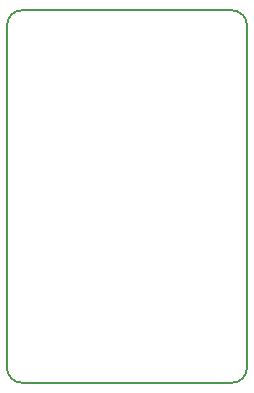
<source format=gm1>
G04 #@! TF.FileFunction,Profile,NP*
%FSLAX46Y46*%
G04 Gerber Fmt 4.6, Leading zero omitted, Abs format (unit mm)*
G04 Created by KiCad (PCBNEW 4.0.7) date 09/26/18 10:41:12*
%MOMM*%
%LPD*%
G01*
G04 APERTURE LIST*
%ADD10C,0.100000*%
%ADD11C,0.150000*%
G04 APERTURE END LIST*
D10*
D11*
X167259000Y-133128000D02*
X185039000Y-133128000D01*
X165989000Y-102870000D02*
X165989000Y-131858000D01*
X185039000Y-101600000D02*
X167259000Y-101600000D01*
X186309000Y-131858000D02*
X186309000Y-102870000D01*
X186309000Y-102870000D02*
G75*
G03X185039000Y-101600000I-1270000J0D01*
G01*
X167259000Y-101600000D02*
G75*
G03X165989000Y-102870000I0J-1270000D01*
G01*
X165989000Y-131858000D02*
G75*
G03X167259000Y-133128000I1270000J0D01*
G01*
X185039000Y-133128000D02*
G75*
G03X186309000Y-131858000I0J1270000D01*
G01*
M02*

</source>
